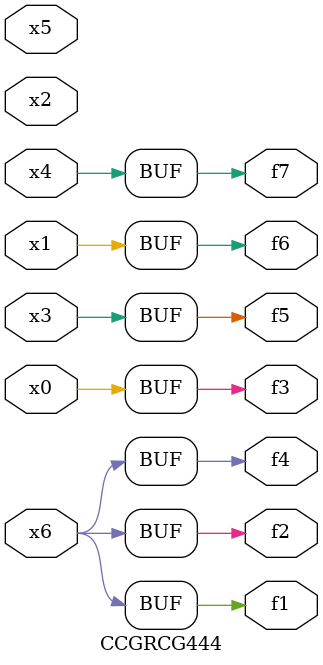
<source format=v>
module CCGRCG444(
	input x0, x1, x2, x3, x4, x5, x6,
	output f1, f2, f3, f4, f5, f6, f7
);
	assign f1 = x6;
	assign f2 = x6;
	assign f3 = x0;
	assign f4 = x6;
	assign f5 = x3;
	assign f6 = x1;
	assign f7 = x4;
endmodule

</source>
